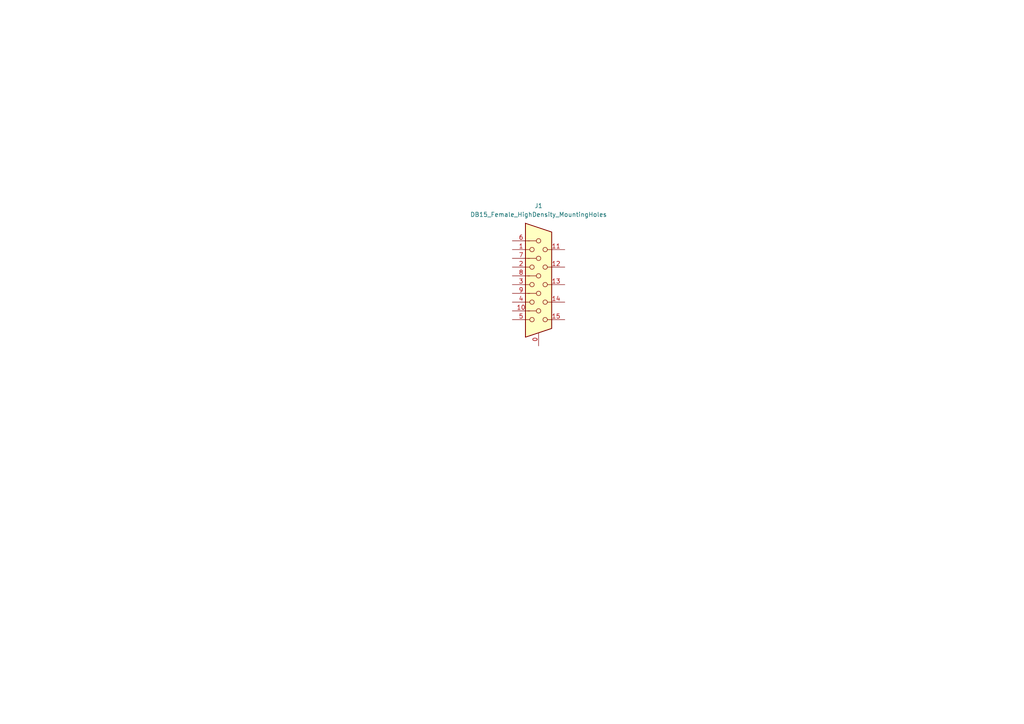
<source format=kicad_sch>
(kicad_sch (version 20230121) (generator eeschema)
  (paper "A4")
  (lib_symbols
    (symbol "Connector:DB15_Female_HighDensity_MountingHoles" (pin_names (offset 1.016) hide)
      (property "Reference" "J" (at 0 21.59 0))
      (property "Value" "DB15_Female_HighDensity_MountingHoles" (at 0 19.05 0))
      (symbol "DB15_Female_HighDensity_MountingHoles_0_1"
        (circle (center -1.905 -10.16) (radius 0.635))
        (circle (center -1.905 -5.08) (radius 0.635))
        (circle (center -1.905 0) (radius 0.635))
        (circle (center -1.905 5.08) (radius 0.635))
        (circle (center -1.905 10.16) (radius 0.635))
        (circle (center 0 -7.62) (radius 0.635))
        (circle (center 0 -2.54) (radius 0.635))
        (polyline (pts (xy -3.175 7.62) (xy -0.635 7.62)))
        (polyline (pts (xy -0.635 -7.62) (xy -3.175 -7.62)))
        (polyline (pts (xy -0.635 -2.54) (xy -3.175 -2.54)))
        (polyline (pts (xy -0.635 2.54) (xy -3.175 2.54)))
        (polyline (pts (xy -0.635 12.7) (xy -3.175 12.7)))
        (polyline (pts (xy -3.81 17.78) (xy -3.81 -15.24) (xy 3.81 -12.7) (xy 3.81 15.24) (xy -3.81 17.78)) (stroke (width 0.254)) (fill (type background)))
        (circle (center 0 2.54) (radius 0.635))
        (circle (center 0 7.62) (radius 0.635))
        (circle (center 0 12.7) (radius 0.635))
        (circle (center 1.905 -10.16) (radius 0.635))
        (circle (center 1.905 -5.08) (radius 0.635))
        (circle (center 1.905 0) (radius 0.635))
        (circle (center 1.905 5.08) (radius 0.635))
        (circle (center 1.905 10.16) (radius 0.635))
      )
      (symbol "DB15_Female_HighDensity_MountingHoles_1_1"
        (pin passive line (at 0 -17.78 90) (length 3.81) (name "~") (number "0"))
        (pin passive line (at -7.62 10.16 0) (length 5.08) (name "~") (number "1"))
        (pin passive line (at -7.62 -7.62 0) (length 5.08) (name "~") (number "10"))
        (pin passive line (at 7.62 10.16 180) (length 5.08) (name "~") (number "11"))
        (pin passive line (at 7.62 5.08 180) (length 5.08) (name "~") (number "12"))
        (pin passive line (at 7.62 0 180) (length 5.08) (name "~") (number "13"))
        (pin passive line (at 7.62 -5.08 180) (length 5.08) (name "~") (number "14"))
        (pin passive line (at 7.62 -10.16 180) (length 5.08) (name "~") (number "15"))
        (pin passive line (at -7.62 5.08 0) (length 5.08) (name "~") (number "2"))
        (pin passive line (at -7.62 0 0) (length 5.08) (name "~") (number "3"))
        (pin passive line (at -7.62 -5.08 0) (length 5.08) (name "~") (number "4"))
        (pin passive line (at -7.62 -10.16 0) (length 5.08) (name "~") (number "5"))
        (pin passive line (at -7.62 12.7 0) (length 5.08) (name "~") (number "6"))
        (pin passive line (at -7.62 7.62 0) (length 5.08) (name "~") (number "7"))
        (pin passive line (at -7.62 2.54 0) (length 5.08) (name "~") (number "8"))
        (pin passive line (at -7.62 -2.54 0) (length 5.08) (name "~") (number "9"))
      )
    )
  )
  (symbol (lib_id "Connector:DB15_Female_HighDensity_MountingHoles") (at 156.21 82.55 0) (unit 1)
    (property "Reference" "J1" (at 156.21 59.69 0))
    (property "Value" "DB15_Female_HighDensity_MountingHoles" (at 156.21 62.23 0))
    (property "Footprint" "Connector_Dsub:ICD15S13E4GX00LF" (effects hide))
    (property "Datasheet" " ~" (effects hide))
  )
)
</source>
